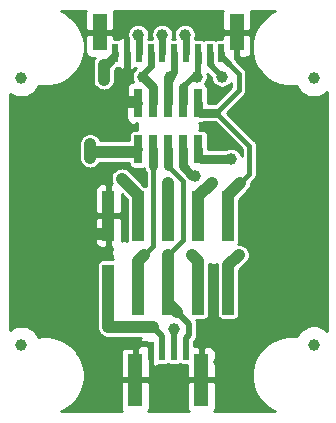
<source format=gbr>
G04 #@! TF.GenerationSoftware,KiCad,Pcbnew,5.1.0-rc2-unknown-036be7d~80~ubuntu16.04.1*
G04 #@! TF.CreationDate,2023-05-22T09:45:20+03:00*
G04 #@! TF.ProjectId,UEXT-MPQ_Rev_A,55455854-2d4d-4505-915f-5265765f412e,A*
G04 #@! TF.SameCoordinates,Original*
G04 #@! TF.FileFunction,Copper,L1,Top*
G04 #@! TF.FilePolarity,Positive*
%FSLAX46Y46*%
G04 Gerber Fmt 4.6, Leading zero omitted, Abs format (unit mm)*
G04 Created by KiCad (PCBNEW 5.1.0-rc2-unknown-036be7d~80~ubuntu16.04.1) date 2023-05-22 09:45:20*
%MOMM*%
%LPD*%
G04 APERTURE LIST*
%ADD10R,0.600000X1.550000*%
%ADD11R,1.200000X3.100000*%
%ADD12R,0.760000X2.400000*%
%ADD13R,1.000000X4.250000*%
%ADD14C,1.000000*%
%ADD15R,0.500000X1.550000*%
%ADD16R,1.200000X4.500000*%
%ADD17C,1.016000*%
%ADD18C,0.406400*%
%ADD19C,0.762000*%
%ADD20C,0.609600*%
%ADD21C,0.508000*%
%ADD22C,0.254000*%
G04 APERTURE END LIST*
D10*
X82500000Y-130625000D03*
X83500000Y-130625000D03*
X84500000Y-130625000D03*
X85500000Y-130625000D03*
X86500000Y-130625000D03*
X87500000Y-130625000D03*
X88500000Y-130625000D03*
X89500000Y-130625000D03*
X90500000Y-130625000D03*
X91500000Y-130625000D03*
D11*
X81200000Y-128850000D03*
X92800000Y-128850000D03*
D12*
X84460000Y-138750500D03*
X85730000Y-138750500D03*
X87000000Y-138750500D03*
X88270000Y-138750500D03*
X89540000Y-138750500D03*
X84460000Y-134849500D03*
X88270000Y-134849500D03*
X89540000Y-134849500D03*
X87000000Y-134849500D03*
X85730000Y-134849500D03*
D13*
X81920000Y-150625000D03*
X81920000Y-144375000D03*
X84460000Y-150625000D03*
X84460000Y-144375000D03*
X87000000Y-150625000D03*
X87000000Y-144375000D03*
X89540000Y-150625000D03*
X89540000Y-144375000D03*
X92080000Y-150625000D03*
X92080000Y-144375000D03*
D14*
X99314000Y-155300000D03*
X74549000Y-155321000D03*
X74549000Y-132715000D03*
X99314000Y-132715000D03*
D15*
X88500000Y-155800000D03*
X86500000Y-155800000D03*
X87500000Y-155800000D03*
D16*
X84200000Y-158275000D03*
X89800000Y-158275000D03*
D15*
X85500000Y-155800000D03*
D14*
X84963000Y-147701000D03*
X84455000Y-129032000D03*
X83058000Y-141224000D03*
X84836000Y-132588000D03*
X86995000Y-147701000D03*
X86487000Y-129032000D03*
X86995000Y-141605000D03*
X87503000Y-153924000D03*
X87122000Y-132588000D03*
X89027000Y-147701000D03*
X89281000Y-140970000D03*
X88392000Y-129032000D03*
X90678000Y-141605000D03*
X89408000Y-132588000D03*
X92964000Y-147701000D03*
X92329000Y-139573000D03*
X91549607Y-132605393D03*
X82677000Y-156718000D03*
X91313000Y-156718000D03*
X94107000Y-160401000D03*
X79883000Y-160401000D03*
X86995000Y-160401000D03*
X76581000Y-145923000D03*
X77978000Y-145923000D03*
X77978000Y-134747000D03*
X77978000Y-136271000D03*
X82804000Y-127762000D03*
X91186000Y-127762000D03*
X87376000Y-127762000D03*
X74930000Y-149860000D03*
X77470000Y-152400000D03*
X74549000Y-139446000D03*
X99060000Y-135890000D03*
X96520000Y-140970000D03*
X99060000Y-144780000D03*
X96520000Y-148590000D03*
X99060000Y-152400000D03*
X91186000Y-137668000D03*
X90932000Y-134239000D03*
X81920000Y-153792000D03*
X83185000Y-153792000D03*
X81534000Y-131572000D03*
X81534000Y-132842000D03*
X80391000Y-138303000D03*
X80391000Y-139446000D03*
D17*
X84460000Y-148204000D02*
X84963000Y-147701000D01*
X84460000Y-150625000D02*
X84460000Y-148204000D01*
D18*
X84963000Y-147701000D02*
X85725000Y-146939000D01*
X85725000Y-146939000D02*
X85725000Y-140716000D01*
D19*
X85730000Y-138750500D02*
X85730000Y-140203000D01*
D18*
X85730000Y-140711000D02*
X85725000Y-140716000D01*
X85730000Y-140203000D02*
X85730000Y-140711000D01*
D20*
X84500000Y-129077000D02*
X84455000Y-129032000D01*
X84500000Y-130625000D02*
X84500000Y-129077000D01*
D17*
X84460000Y-142626000D02*
X83058000Y-141224000D01*
X84460000Y-144375000D02*
X84460000Y-142626000D01*
D19*
X85730000Y-133482000D02*
X84836000Y-132588000D01*
X85730000Y-134849500D02*
X85730000Y-133482000D01*
D20*
X84836000Y-132334000D02*
X84836000Y-132588000D01*
X85500000Y-131670000D02*
X84836000Y-132334000D01*
X85500000Y-130625000D02*
X85500000Y-131670000D01*
D19*
X87000000Y-138750500D02*
X87000000Y-140203000D01*
D17*
X87000000Y-147706000D02*
X86995000Y-147701000D01*
X87000000Y-150625000D02*
X87000000Y-147706000D01*
D18*
X87000000Y-140203000D02*
X88265000Y-141468000D01*
X88265000Y-146431000D02*
X86995000Y-147701000D01*
X88265000Y-141468000D02*
X88265000Y-146431000D01*
D17*
X87000000Y-150625000D02*
X87000000Y-151770000D01*
X87000000Y-151770000D02*
X87757000Y-152527000D01*
D21*
X88773000Y-153543000D02*
X87757000Y-152527000D01*
X88773000Y-154432000D02*
X88773000Y-153543000D01*
X88500000Y-154705000D02*
X88773000Y-154432000D01*
X88500000Y-155800000D02*
X88500000Y-154705000D01*
D20*
X86500000Y-129045000D02*
X86487000Y-129032000D01*
X86500000Y-130625000D02*
X86500000Y-129045000D01*
D17*
X87000000Y-141610000D02*
X86995000Y-141605000D01*
X87000000Y-144375000D02*
X87000000Y-141610000D01*
D21*
X87500000Y-153927000D02*
X87503000Y-153924000D01*
X87500000Y-155800000D02*
X87500000Y-153927000D01*
D19*
X87000000Y-134625000D02*
X87000000Y-134849500D01*
X87122000Y-132588000D02*
X87000000Y-132710000D01*
D20*
X87500000Y-132210000D02*
X87500000Y-130625000D01*
D19*
X87000000Y-132710000D02*
X87000000Y-134625000D01*
D20*
X87122000Y-132588000D02*
X87500000Y-132210000D01*
D19*
X88270000Y-138750500D02*
X88270000Y-140203000D01*
D17*
X89540000Y-148214000D02*
X89027000Y-147701000D01*
X89540000Y-150625000D02*
X89540000Y-148214000D01*
D19*
X89037000Y-140970000D02*
X89281000Y-140970000D01*
X88270000Y-140203000D02*
X89037000Y-140970000D01*
D20*
X88519000Y-130606000D02*
X88500000Y-130625000D01*
X88519000Y-129159000D02*
X88519000Y-130606000D01*
X88392000Y-129032000D02*
X88519000Y-129159000D01*
D17*
X89540000Y-142743000D02*
X90678000Y-141605000D01*
X89540000Y-144375000D02*
X89540000Y-142743000D01*
D19*
X88270000Y-134849500D02*
X88270000Y-133482000D01*
D20*
X89500000Y-130625000D02*
X89500000Y-131353000D01*
D21*
X89164000Y-132588000D02*
X89408000Y-132588000D01*
X88270000Y-133482000D02*
X89164000Y-132588000D01*
X89500000Y-132496000D02*
X89500000Y-131353000D01*
X89408000Y-132588000D02*
X89500000Y-132496000D01*
D17*
X92080000Y-148585000D02*
X92964000Y-147701000D01*
X92080000Y-150625000D02*
X92080000Y-148585000D01*
D20*
X90500000Y-130625000D02*
X90500000Y-131555787D01*
D21*
X91549606Y-132605393D02*
X90500000Y-131555787D01*
X91549607Y-132605393D02*
X91549606Y-132605393D01*
D19*
X89789000Y-139573000D02*
X92329000Y-139573000D01*
X89540000Y-139324000D02*
X89789000Y-139573000D01*
X89540000Y-138750500D02*
X89540000Y-139324000D01*
D20*
X91500000Y-130870000D02*
X92075000Y-131445000D01*
X91500000Y-130625000D02*
X91500000Y-130870000D01*
D17*
X92080000Y-144375000D02*
X92080000Y-142616000D01*
X92080000Y-142616000D02*
X93091000Y-141605000D01*
D19*
X89662000Y-135636000D02*
X91059000Y-135636000D01*
X89540000Y-135514000D02*
X89662000Y-135636000D01*
X89540000Y-134849500D02*
X89540000Y-135514000D01*
D18*
X93853000Y-140843000D02*
X93091000Y-141605000D01*
X93853000Y-138430000D02*
X93853000Y-140843000D01*
X91059000Y-135636000D02*
X93853000Y-138430000D01*
X91059000Y-135636000D02*
X92964000Y-133731000D01*
X92964000Y-132334000D02*
X92964000Y-133731000D01*
X92075000Y-131445000D02*
X92964000Y-132334000D01*
D21*
X85500000Y-155477000D02*
X85217000Y-155194000D01*
X85217000Y-155194000D02*
X84074000Y-155194000D01*
X85500000Y-155800000D02*
X85500000Y-155477000D01*
D19*
X84460000Y-134849500D02*
X84357500Y-134747000D01*
X84357500Y-134747000D02*
X84201000Y-134747000D01*
D17*
X80857661Y-155194000D02*
X84074000Y-155194000D01*
X76581000Y-150917339D02*
X80857661Y-155194000D01*
X76581000Y-145923000D02*
X76581000Y-150917339D01*
X76581000Y-145923000D02*
X77978000Y-145923000D01*
X77978000Y-145923000D02*
X81915000Y-145923000D01*
X81915000Y-145923000D02*
X81920000Y-145918000D01*
X81920000Y-145918000D02*
X81920000Y-144375000D01*
X84201000Y-134747000D02*
X77978000Y-134747000D01*
D20*
X83312000Y-132080000D02*
X83312000Y-134747000D01*
X83500000Y-131892000D02*
X83312000Y-132080000D01*
X83500000Y-130625000D02*
X83500000Y-131892000D01*
D21*
X86500000Y-155800000D02*
X86500000Y-154572000D01*
X86500000Y-154572000D02*
X85732066Y-153804066D01*
D17*
X81932066Y-153804066D02*
X85732066Y-153804066D01*
X81920000Y-153792000D02*
X81932066Y-153804066D01*
X81920000Y-150625000D02*
X81920000Y-153792000D01*
D19*
X84460000Y-138750500D02*
X84272500Y-138938000D01*
X84272500Y-138938000D02*
X84201000Y-138938000D01*
D17*
X81534000Y-131572000D02*
X81534000Y-132842000D01*
X80391000Y-138303000D02*
X80391000Y-139446000D01*
X80645000Y-138938000D02*
X80391000Y-138684000D01*
X84201000Y-138938000D02*
X80645000Y-138938000D01*
D19*
X81762242Y-131572000D02*
X82181521Y-131152721D01*
X81534000Y-131572000D02*
X81762242Y-131572000D01*
D20*
X82181521Y-131051479D02*
X82181521Y-131152721D01*
X82499200Y-130733800D02*
X82181521Y-131051479D01*
X82499200Y-130625800D02*
X82499200Y-130733800D01*
X82500000Y-130625000D02*
X82499200Y-130625800D01*
D22*
G36*
X79989403Y-127114777D02*
G01*
X79965000Y-127237458D01*
X79965000Y-128564250D01*
X80123750Y-128723000D01*
X81073000Y-128723000D01*
X81073000Y-128703000D01*
X81327000Y-128703000D01*
X81327000Y-128723000D01*
X82276250Y-128723000D01*
X82435000Y-128564250D01*
X82435000Y-127237458D01*
X82410597Y-127114777D01*
X82387411Y-127058800D01*
X91612589Y-127058800D01*
X91589403Y-127114777D01*
X91565000Y-127237458D01*
X91565000Y-128564250D01*
X91723750Y-128723000D01*
X92673000Y-128723000D01*
X92673000Y-128703000D01*
X92927000Y-128703000D01*
X92927000Y-128723000D01*
X93876250Y-128723000D01*
X94035000Y-128564250D01*
X94035000Y-127237458D01*
X94010597Y-127114777D01*
X93987411Y-127058800D01*
X96048237Y-127058800D01*
X95824075Y-127151651D01*
X95279161Y-127515750D01*
X94815750Y-127979161D01*
X94451651Y-128524075D01*
X94200855Y-129129550D01*
X94073000Y-129772319D01*
X94073000Y-130427681D01*
X94200855Y-131070450D01*
X94451651Y-131675925D01*
X94815750Y-132220839D01*
X95279161Y-132684250D01*
X95824075Y-133048349D01*
X96429550Y-133299145D01*
X97072319Y-133427000D01*
X97727681Y-133427000D01*
X97822719Y-133408096D01*
X97857992Y-133493252D01*
X98037798Y-133762352D01*
X98266648Y-133991202D01*
X98535748Y-134171008D01*
X98834755Y-134294861D01*
X99152179Y-134358000D01*
X99475821Y-134358000D01*
X99793245Y-134294861D01*
X100092252Y-134171008D01*
X100361352Y-133991202D01*
X100441201Y-133911353D01*
X100441200Y-154103646D01*
X100361352Y-154023798D01*
X100092252Y-153843992D01*
X99793245Y-153720139D01*
X99475821Y-153657000D01*
X99152179Y-153657000D01*
X98834755Y-153720139D01*
X98535748Y-153843992D01*
X98266648Y-154023798D01*
X98037798Y-154252648D01*
X97857992Y-154521748D01*
X97828459Y-154593046D01*
X97727681Y-154573000D01*
X97072319Y-154573000D01*
X96429550Y-154700855D01*
X95824075Y-154951651D01*
X95279161Y-155315750D01*
X94815750Y-155779161D01*
X94451651Y-156324075D01*
X94200855Y-156929550D01*
X94073000Y-157572319D01*
X94073000Y-158227681D01*
X94200855Y-158870450D01*
X94451651Y-159475925D01*
X94815750Y-160020839D01*
X95279161Y-160484250D01*
X95824075Y-160848349D01*
X96048237Y-160941200D01*
X90881826Y-160941200D01*
X90893237Y-160929789D01*
X90962730Y-160825785D01*
X91010597Y-160710223D01*
X91035000Y-160587542D01*
X91035000Y-158560750D01*
X90876250Y-158402000D01*
X89927000Y-158402000D01*
X89927000Y-158422000D01*
X89673000Y-158422000D01*
X89673000Y-158402000D01*
X88723750Y-158402000D01*
X88565000Y-158560750D01*
X88565000Y-160587542D01*
X88589403Y-160710223D01*
X88637270Y-160825785D01*
X88706763Y-160929789D01*
X88718174Y-160941200D01*
X85281826Y-160941200D01*
X85293237Y-160929789D01*
X85362730Y-160825785D01*
X85410597Y-160710223D01*
X85435000Y-160587542D01*
X85435000Y-158560750D01*
X85276250Y-158402000D01*
X84327000Y-158402000D01*
X84327000Y-158422000D01*
X84073000Y-158422000D01*
X84073000Y-158402000D01*
X83123750Y-158402000D01*
X82965000Y-158560750D01*
X82965000Y-160587542D01*
X82989403Y-160710223D01*
X83037270Y-160825785D01*
X83106763Y-160929789D01*
X83118174Y-160941200D01*
X77951763Y-160941200D01*
X78175925Y-160848349D01*
X78720839Y-160484250D01*
X79184250Y-160020839D01*
X79548349Y-159475925D01*
X79799145Y-158870450D01*
X79927000Y-158227681D01*
X79927000Y-157572319D01*
X79799145Y-156929550D01*
X79548349Y-156324075D01*
X79306725Y-155962458D01*
X82965000Y-155962458D01*
X82965000Y-157989250D01*
X83123750Y-158148000D01*
X84073000Y-158148000D01*
X84073000Y-155548750D01*
X83914250Y-155390000D01*
X83537458Y-155390000D01*
X83414777Y-155414403D01*
X83299215Y-155462270D01*
X83195211Y-155531763D01*
X83106763Y-155620211D01*
X83037270Y-155724215D01*
X82989403Y-155839777D01*
X82965000Y-155962458D01*
X79306725Y-155962458D01*
X79184250Y-155779161D01*
X78720839Y-155315750D01*
X78175925Y-154951651D01*
X77570450Y-154700855D01*
X76927681Y-154573000D01*
X76272319Y-154573000D01*
X76036933Y-154619821D01*
X76005008Y-154542748D01*
X75825202Y-154273648D01*
X75596352Y-154044798D01*
X75327252Y-153864992D01*
X75028245Y-153741139D01*
X74710821Y-153678000D01*
X74387179Y-153678000D01*
X74069755Y-153741139D01*
X73770748Y-153864992D01*
X73558800Y-154006610D01*
X73558800Y-144660750D01*
X80785000Y-144660750D01*
X80785000Y-146562542D01*
X80809403Y-146685223D01*
X80857270Y-146800785D01*
X80926763Y-146904789D01*
X81015211Y-146993237D01*
X81119215Y-147062730D01*
X81234777Y-147110597D01*
X81357458Y-147135000D01*
X81634250Y-147135000D01*
X81793000Y-146976250D01*
X81793000Y-144502000D01*
X80943750Y-144502000D01*
X80785000Y-144660750D01*
X73558800Y-144660750D01*
X73558800Y-142187458D01*
X80785000Y-142187458D01*
X80785000Y-144089250D01*
X80943750Y-144248000D01*
X81793000Y-144248000D01*
X81793000Y-141773750D01*
X81634250Y-141615000D01*
X81357458Y-141615000D01*
X81234777Y-141639403D01*
X81119215Y-141687270D01*
X81015211Y-141756763D01*
X80926763Y-141845211D01*
X80857270Y-141949215D01*
X80809403Y-142064777D01*
X80785000Y-142187458D01*
X73558800Y-142187458D01*
X73558800Y-138684000D01*
X79446654Y-138684000D01*
X79451200Y-138730161D01*
X79451201Y-139492167D01*
X79464799Y-139630233D01*
X79518538Y-139807386D01*
X79605805Y-139970651D01*
X79723247Y-140113754D01*
X79866350Y-140231196D01*
X80029615Y-140318463D01*
X80206768Y-140372202D01*
X80391000Y-140390347D01*
X80575233Y-140372202D01*
X80752386Y-140318463D01*
X80915651Y-140231196D01*
X81058754Y-140113754D01*
X81176196Y-139970651D01*
X81225826Y-139877800D01*
X83646111Y-139877800D01*
X83646111Y-139950500D01*
X83654448Y-140035148D01*
X83679139Y-140116542D01*
X83719234Y-140191556D01*
X83773194Y-140257306D01*
X83838944Y-140311266D01*
X83913958Y-140351361D01*
X83995352Y-140376052D01*
X84080000Y-140384389D01*
X84840000Y-140384389D01*
X84924648Y-140376052D01*
X84932408Y-140373698D01*
X84975439Y-140515550D01*
X85050913Y-140656752D01*
X85088280Y-140702284D01*
X85086929Y-140716000D01*
X85090001Y-140747191D01*
X85090001Y-141838206D01*
X85044648Y-141824448D01*
X84981285Y-141818207D01*
X83689893Y-140526817D01*
X83582651Y-140438804D01*
X83419386Y-140351538D01*
X83242233Y-140297799D01*
X83058000Y-140279654D01*
X82873767Y-140297799D01*
X82696614Y-140351538D01*
X82533349Y-140438804D01*
X82390246Y-140556246D01*
X82272804Y-140699349D01*
X82185538Y-140862614D01*
X82131799Y-141039767D01*
X82113654Y-141224000D01*
X82131799Y-141408233D01*
X82185538Y-141585386D01*
X82202894Y-141617856D01*
X82047000Y-141773750D01*
X82047000Y-144248000D01*
X82896250Y-144248000D01*
X83055000Y-144089250D01*
X83055000Y-142550077D01*
X83520201Y-143015278D01*
X83520200Y-144421166D01*
X83526111Y-144481183D01*
X83526111Y-146500000D01*
X83528412Y-146523363D01*
X83490965Y-146507852D01*
X83291623Y-146468200D01*
X83088377Y-146468200D01*
X83055000Y-146474839D01*
X83055000Y-144660750D01*
X82896250Y-144502000D01*
X82047000Y-144502000D01*
X82047000Y-146976250D01*
X82205750Y-147135000D01*
X82224376Y-147135000D01*
X82197852Y-147199035D01*
X82158200Y-147398377D01*
X82158200Y-147601623D01*
X82197852Y-147800965D01*
X82275631Y-147988740D01*
X82327329Y-148066111D01*
X81420000Y-148066111D01*
X81335352Y-148074448D01*
X81253958Y-148099139D01*
X81178944Y-148139234D01*
X81113194Y-148193194D01*
X81059234Y-148258944D01*
X81019139Y-148333958D01*
X80994448Y-148415352D01*
X80986111Y-148500000D01*
X80986111Y-150518817D01*
X80980200Y-150578834D01*
X80980201Y-153745833D01*
X80975654Y-153792000D01*
X80993799Y-153976233D01*
X81047538Y-154153386D01*
X81134804Y-154316651D01*
X81139315Y-154322147D01*
X81252247Y-154459754D01*
X81258871Y-154465190D01*
X81264312Y-154471820D01*
X81407415Y-154589262D01*
X81570680Y-154676529D01*
X81747833Y-154730268D01*
X81885899Y-154743866D01*
X81885909Y-154743866D01*
X81932066Y-154748412D01*
X81978223Y-154743866D01*
X84679130Y-154743866D01*
X84639403Y-154839777D01*
X84615000Y-154962458D01*
X84615000Y-155390000D01*
X84485750Y-155390000D01*
X84327000Y-155548750D01*
X84327000Y-158148000D01*
X85276250Y-158148000D01*
X85435000Y-157989250D01*
X85435000Y-155962458D01*
X85410597Y-155839777D01*
X85362730Y-155724215D01*
X85353000Y-155709653D01*
X85353000Y-155673000D01*
X85375000Y-155673000D01*
X85375000Y-155653000D01*
X85625000Y-155653000D01*
X85625000Y-155673000D01*
X85647000Y-155673000D01*
X85647000Y-155927000D01*
X85625000Y-155927000D01*
X85625000Y-157051250D01*
X85783750Y-157210000D01*
X85812542Y-157210000D01*
X85935223Y-157185597D01*
X86050785Y-157137730D01*
X86154789Y-157068237D01*
X86217352Y-157005674D01*
X86250000Y-157008889D01*
X86750000Y-157008889D01*
X86834648Y-157000552D01*
X86916042Y-156975861D01*
X86991056Y-156935766D01*
X87000000Y-156928426D01*
X87008944Y-156935766D01*
X87083958Y-156975861D01*
X87165352Y-157000552D01*
X87250000Y-157008889D01*
X87750000Y-157008889D01*
X87834648Y-157000552D01*
X87916042Y-156975861D01*
X87991056Y-156935766D01*
X88000000Y-156928426D01*
X88008944Y-156935766D01*
X88083958Y-156975861D01*
X88165352Y-157000552D01*
X88250000Y-157008889D01*
X88565000Y-157008889D01*
X88565000Y-157989250D01*
X88723750Y-158148000D01*
X89673000Y-158148000D01*
X89673000Y-155548750D01*
X89927000Y-155548750D01*
X89927000Y-158148000D01*
X90876250Y-158148000D01*
X91035000Y-157989250D01*
X91035000Y-155962458D01*
X91010597Y-155839777D01*
X90962730Y-155724215D01*
X90893237Y-155620211D01*
X90804789Y-155531763D01*
X90700785Y-155462270D01*
X90585223Y-155414403D01*
X90462542Y-155390000D01*
X90085750Y-155390000D01*
X89927000Y-155548750D01*
X89673000Y-155548750D01*
X89514250Y-155390000D01*
X89185800Y-155390000D01*
X89185800Y-154989067D01*
X89234114Y-154940753D01*
X89260279Y-154919280D01*
X89345981Y-154814853D01*
X89409662Y-154695714D01*
X89448877Y-154566440D01*
X89458800Y-154465689D01*
X89458800Y-154465680D01*
X89462117Y-154432001D01*
X89458800Y-154398322D01*
X89458800Y-153576679D01*
X89462117Y-153543000D01*
X89458800Y-153509321D01*
X89458800Y-153509311D01*
X89448877Y-153408560D01*
X89409662Y-153279286D01*
X89358671Y-153183889D01*
X90040000Y-153183889D01*
X90124648Y-153175552D01*
X90206042Y-153150861D01*
X90281056Y-153110766D01*
X90346806Y-153056806D01*
X90400766Y-152991056D01*
X90440861Y-152916042D01*
X90465552Y-152834648D01*
X90473889Y-152750000D01*
X90473889Y-150731184D01*
X90479800Y-150671167D01*
X90479800Y-148480038D01*
X90509035Y-148492148D01*
X90708377Y-148531800D01*
X90911623Y-148531800D01*
X91110965Y-148492148D01*
X91146238Y-148477537D01*
X91135654Y-148585000D01*
X91140201Y-148631167D01*
X91140200Y-150671166D01*
X91146111Y-150731183D01*
X91146111Y-152750000D01*
X91154448Y-152834648D01*
X91179139Y-152916042D01*
X91219234Y-152991056D01*
X91273194Y-153056806D01*
X91338944Y-153110766D01*
X91413958Y-153150861D01*
X91495352Y-153175552D01*
X91580000Y-153183889D01*
X92580000Y-153183889D01*
X92664648Y-153175552D01*
X92746042Y-153150861D01*
X92821056Y-153110766D01*
X92886806Y-153056806D01*
X92940766Y-152991056D01*
X92980861Y-152916042D01*
X93005552Y-152834648D01*
X93013889Y-152750000D01*
X93013889Y-150731184D01*
X93019800Y-150671167D01*
X93019800Y-148974277D01*
X93661184Y-148332894D01*
X93749196Y-148225652D01*
X93836463Y-148062386D01*
X93890201Y-147885233D01*
X93908346Y-147701000D01*
X93890201Y-147516767D01*
X93836463Y-147339614D01*
X93749196Y-147176349D01*
X93631754Y-147033246D01*
X93488651Y-146915804D01*
X93325386Y-146828537D01*
X93148233Y-146774799D01*
X92964000Y-146756654D01*
X92924796Y-146760515D01*
X92940766Y-146741056D01*
X92980861Y-146666042D01*
X93005552Y-146584648D01*
X93013889Y-146500000D01*
X93013889Y-144481184D01*
X93019800Y-144421167D01*
X93019800Y-143005277D01*
X93788184Y-142236894D01*
X93876196Y-142129652D01*
X93963463Y-141966386D01*
X94017201Y-141789234D01*
X94035346Y-141605000D01*
X94031193Y-141562832D01*
X94279960Y-141314066D01*
X94304185Y-141294185D01*
X94324065Y-141269961D01*
X94324069Y-141269957D01*
X94383538Y-141197494D01*
X94442502Y-141087180D01*
X94449080Y-141065494D01*
X94478812Y-140967482D01*
X94488000Y-140874192D01*
X94488000Y-140874189D01*
X94491072Y-140843000D01*
X94488000Y-140811811D01*
X94488000Y-138461189D01*
X94491072Y-138430000D01*
X94488000Y-138398808D01*
X94478812Y-138305518D01*
X94442502Y-138185820D01*
X94428353Y-138159349D01*
X94383538Y-138075506D01*
X94324069Y-138003043D01*
X94324065Y-138003039D01*
X94304185Y-137978815D01*
X94279962Y-137958936D01*
X91957024Y-135636000D01*
X93390955Y-134202070D01*
X93415185Y-134182185D01*
X93486787Y-134094938D01*
X93494538Y-134085494D01*
X93553502Y-133975180D01*
X93562380Y-133945912D01*
X93589812Y-133855482D01*
X93599000Y-133762192D01*
X93599000Y-133762189D01*
X93602072Y-133731000D01*
X93599000Y-133699811D01*
X93599000Y-132365189D01*
X93602072Y-132334000D01*
X93598508Y-132297814D01*
X93589812Y-132209518D01*
X93553502Y-132089820D01*
X93548901Y-132081213D01*
X93494538Y-131979506D01*
X93435068Y-131907043D01*
X93415185Y-131882815D01*
X93390956Y-131862931D01*
X92788887Y-131260863D01*
X92758822Y-131161752D01*
X92690424Y-131033787D01*
X92621442Y-130949732D01*
X92610480Y-130938770D01*
X92673000Y-130876250D01*
X92673000Y-128977000D01*
X92927000Y-128977000D01*
X92927000Y-130876250D01*
X93085750Y-131035000D01*
X93462542Y-131035000D01*
X93585223Y-131010597D01*
X93700785Y-130962730D01*
X93804789Y-130893237D01*
X93893237Y-130804789D01*
X93962730Y-130700785D01*
X94010597Y-130585223D01*
X94035000Y-130462542D01*
X94035000Y-129135750D01*
X93876250Y-128977000D01*
X92927000Y-128977000D01*
X92673000Y-128977000D01*
X91723750Y-128977000D01*
X91565000Y-129135750D01*
X91565000Y-129416111D01*
X91200000Y-129416111D01*
X91115352Y-129424448D01*
X91033958Y-129449139D01*
X91000000Y-129467290D01*
X90966042Y-129449139D01*
X90884648Y-129424448D01*
X90800000Y-129416111D01*
X90200000Y-129416111D01*
X90115352Y-129424448D01*
X90033958Y-129449139D01*
X90000000Y-129467290D01*
X89966042Y-129449139D01*
X89884648Y-129424448D01*
X89800000Y-129416111D01*
X89255600Y-129416111D01*
X89255600Y-129381997D01*
X89287992Y-129303796D01*
X89323800Y-129123774D01*
X89323800Y-128940226D01*
X89287992Y-128760204D01*
X89217751Y-128590627D01*
X89115777Y-128438012D01*
X88985988Y-128308223D01*
X88833373Y-128206249D01*
X88663796Y-128136008D01*
X88483774Y-128100200D01*
X88300226Y-128100200D01*
X88120204Y-128136008D01*
X87950627Y-128206249D01*
X87798012Y-128308223D01*
X87668223Y-128438012D01*
X87566249Y-128590627D01*
X87496008Y-128760204D01*
X87460200Y-128940226D01*
X87460200Y-129123774D01*
X87496008Y-129303796D01*
X87542530Y-129416111D01*
X87336470Y-129416111D01*
X87382992Y-129303796D01*
X87418800Y-129123774D01*
X87418800Y-128940226D01*
X87382992Y-128760204D01*
X87312751Y-128590627D01*
X87210777Y-128438012D01*
X87080988Y-128308223D01*
X86928373Y-128206249D01*
X86758796Y-128136008D01*
X86578774Y-128100200D01*
X86395226Y-128100200D01*
X86215204Y-128136008D01*
X86045627Y-128206249D01*
X85893012Y-128308223D01*
X85763223Y-128438012D01*
X85661249Y-128590627D01*
X85591008Y-128760204D01*
X85555200Y-128940226D01*
X85555200Y-129123774D01*
X85591008Y-129303796D01*
X85637530Y-129416111D01*
X85304470Y-129416111D01*
X85350992Y-129303796D01*
X85386800Y-129123774D01*
X85386800Y-128940226D01*
X85350992Y-128760204D01*
X85280751Y-128590627D01*
X85178777Y-128438012D01*
X85048988Y-128308223D01*
X84896373Y-128206249D01*
X84726796Y-128136008D01*
X84546774Y-128100200D01*
X84363226Y-128100200D01*
X84183204Y-128136008D01*
X84013627Y-128206249D01*
X83861012Y-128308223D01*
X83731223Y-128438012D01*
X83629249Y-128590627D01*
X83559008Y-128760204D01*
X83523200Y-128940226D01*
X83523200Y-129123774D01*
X83559008Y-129303796D01*
X83627000Y-129467943D01*
X83627000Y-130498000D01*
X83647000Y-130498000D01*
X83647000Y-130752000D01*
X83627000Y-130752000D01*
X83627000Y-131876250D01*
X83785750Y-132035000D01*
X83862542Y-132035000D01*
X83985223Y-132010597D01*
X84100785Y-131962730D01*
X84204789Y-131893237D01*
X84264137Y-131833889D01*
X84287410Y-131833889D01*
X84242012Y-131864223D01*
X84112223Y-131994012D01*
X84010249Y-132146627D01*
X83940008Y-132316204D01*
X83904200Y-132496226D01*
X83904200Y-132679774D01*
X83940008Y-132859796D01*
X84005106Y-133016957D01*
X83894777Y-133038903D01*
X83779215Y-133086770D01*
X83675211Y-133156263D01*
X83586763Y-133244711D01*
X83517270Y-133348715D01*
X83469403Y-133464277D01*
X83445000Y-133586958D01*
X83445000Y-134563750D01*
X83603750Y-134722500D01*
X84333000Y-134722500D01*
X84333000Y-134702500D01*
X84587000Y-134702500D01*
X84587000Y-134722500D01*
X84607000Y-134722500D01*
X84607000Y-134976500D01*
X84587000Y-134976500D01*
X84587000Y-134996500D01*
X84333000Y-134996500D01*
X84333000Y-134976500D01*
X83603750Y-134976500D01*
X83445000Y-135135250D01*
X83445000Y-136112042D01*
X83469403Y-136234723D01*
X83517270Y-136350285D01*
X83586763Y-136454289D01*
X83675211Y-136542737D01*
X83779215Y-136612230D01*
X83894777Y-136660097D01*
X84017458Y-136684500D01*
X84174250Y-136684500D01*
X84332998Y-136525752D01*
X84332998Y-136623467D01*
X84313200Y-136722999D01*
X84313200Y-136877001D01*
X84343244Y-137028043D01*
X84379930Y-137116611D01*
X84080000Y-137116611D01*
X83995352Y-137124948D01*
X83913958Y-137149639D01*
X83838944Y-137189734D01*
X83773194Y-137243694D01*
X83719234Y-137309444D01*
X83679139Y-137384458D01*
X83654448Y-137465852D01*
X83646111Y-137550500D01*
X83646111Y-137998200D01*
X81280628Y-137998200D01*
X81263463Y-137941614D01*
X81176196Y-137778349D01*
X81058754Y-137635246D01*
X80915651Y-137517804D01*
X80752385Y-137430537D01*
X80575232Y-137376798D01*
X80391000Y-137358653D01*
X80206767Y-137376798D01*
X80029614Y-137430537D01*
X79866349Y-137517804D01*
X79723246Y-137635246D01*
X79605804Y-137778349D01*
X79518537Y-137941615D01*
X79464798Y-138118768D01*
X79451200Y-138256834D01*
X79451200Y-138637840D01*
X79446654Y-138684000D01*
X73558800Y-138684000D01*
X73558800Y-134029390D01*
X73770748Y-134171008D01*
X74069755Y-134294861D01*
X74387179Y-134358000D01*
X74710821Y-134358000D01*
X75028245Y-134294861D01*
X75327252Y-134171008D01*
X75596352Y-133991202D01*
X75825202Y-133762352D01*
X76005008Y-133493252D01*
X76050710Y-133382919D01*
X76272319Y-133427000D01*
X76927681Y-133427000D01*
X77570450Y-133299145D01*
X78175925Y-133048349D01*
X78720839Y-132684250D01*
X79184250Y-132220839D01*
X79548349Y-131675925D01*
X79799145Y-131070450D01*
X79927000Y-130427681D01*
X79927000Y-129772319D01*
X79800379Y-129135750D01*
X79965000Y-129135750D01*
X79965000Y-130462542D01*
X79989403Y-130585223D01*
X80037270Y-130700785D01*
X80106763Y-130804789D01*
X80195211Y-130893237D01*
X80299215Y-130962730D01*
X80414777Y-131010597D01*
X80537458Y-131035000D01*
X80758939Y-131035000D01*
X80748804Y-131047349D01*
X80661537Y-131210615D01*
X80607798Y-131387768D01*
X80594200Y-131525834D01*
X80594201Y-132888167D01*
X80607799Y-133026233D01*
X80661538Y-133203386D01*
X80748805Y-133366651D01*
X80866247Y-133509754D01*
X81009350Y-133627196D01*
X81172615Y-133714463D01*
X81349768Y-133768202D01*
X81534000Y-133786347D01*
X81718233Y-133768202D01*
X81895386Y-133714463D01*
X82058651Y-133627196D01*
X82201754Y-133509754D01*
X82319196Y-133366651D01*
X82406463Y-133203386D01*
X82460202Y-133026233D01*
X82473800Y-132888167D01*
X82473800Y-132009914D01*
X82649825Y-131833889D01*
X82735863Y-131833889D01*
X82795211Y-131893237D01*
X82899215Y-131962730D01*
X83014777Y-132010597D01*
X83137458Y-132035000D01*
X83214250Y-132035000D01*
X83373000Y-131876250D01*
X83373000Y-130752000D01*
X83353000Y-130752000D01*
X83353000Y-130498000D01*
X83373000Y-130498000D01*
X83373000Y-129373750D01*
X83214250Y-129215000D01*
X83137458Y-129215000D01*
X83014777Y-129239403D01*
X82899215Y-129287270D01*
X82795211Y-129356763D01*
X82735863Y-129416111D01*
X82435000Y-129416111D01*
X82435000Y-129135750D01*
X82276250Y-128977000D01*
X81327000Y-128977000D01*
X81327000Y-128997000D01*
X81073000Y-128997000D01*
X81073000Y-128977000D01*
X80123750Y-128977000D01*
X79965000Y-129135750D01*
X79800379Y-129135750D01*
X79799145Y-129129550D01*
X79548349Y-128524075D01*
X79184250Y-127979161D01*
X78720839Y-127515750D01*
X78175925Y-127151651D01*
X77951763Y-127058800D01*
X80012589Y-127058800D01*
X79989403Y-127114777D01*
X79989403Y-127114777D01*
G37*
X79989403Y-127114777D02*
X79965000Y-127237458D01*
X79965000Y-128564250D01*
X80123750Y-128723000D01*
X81073000Y-128723000D01*
X81073000Y-128703000D01*
X81327000Y-128703000D01*
X81327000Y-128723000D01*
X82276250Y-128723000D01*
X82435000Y-128564250D01*
X82435000Y-127237458D01*
X82410597Y-127114777D01*
X82387411Y-127058800D01*
X91612589Y-127058800D01*
X91589403Y-127114777D01*
X91565000Y-127237458D01*
X91565000Y-128564250D01*
X91723750Y-128723000D01*
X92673000Y-128723000D01*
X92673000Y-128703000D01*
X92927000Y-128703000D01*
X92927000Y-128723000D01*
X93876250Y-128723000D01*
X94035000Y-128564250D01*
X94035000Y-127237458D01*
X94010597Y-127114777D01*
X93987411Y-127058800D01*
X96048237Y-127058800D01*
X95824075Y-127151651D01*
X95279161Y-127515750D01*
X94815750Y-127979161D01*
X94451651Y-128524075D01*
X94200855Y-129129550D01*
X94073000Y-129772319D01*
X94073000Y-130427681D01*
X94200855Y-131070450D01*
X94451651Y-131675925D01*
X94815750Y-132220839D01*
X95279161Y-132684250D01*
X95824075Y-133048349D01*
X96429550Y-133299145D01*
X97072319Y-133427000D01*
X97727681Y-133427000D01*
X97822719Y-133408096D01*
X97857992Y-133493252D01*
X98037798Y-133762352D01*
X98266648Y-133991202D01*
X98535748Y-134171008D01*
X98834755Y-134294861D01*
X99152179Y-134358000D01*
X99475821Y-134358000D01*
X99793245Y-134294861D01*
X100092252Y-134171008D01*
X100361352Y-133991202D01*
X100441201Y-133911353D01*
X100441200Y-154103646D01*
X100361352Y-154023798D01*
X100092252Y-153843992D01*
X99793245Y-153720139D01*
X99475821Y-153657000D01*
X99152179Y-153657000D01*
X98834755Y-153720139D01*
X98535748Y-153843992D01*
X98266648Y-154023798D01*
X98037798Y-154252648D01*
X97857992Y-154521748D01*
X97828459Y-154593046D01*
X97727681Y-154573000D01*
X97072319Y-154573000D01*
X96429550Y-154700855D01*
X95824075Y-154951651D01*
X95279161Y-155315750D01*
X94815750Y-155779161D01*
X94451651Y-156324075D01*
X94200855Y-156929550D01*
X94073000Y-157572319D01*
X94073000Y-158227681D01*
X94200855Y-158870450D01*
X94451651Y-159475925D01*
X94815750Y-160020839D01*
X95279161Y-160484250D01*
X95824075Y-160848349D01*
X96048237Y-160941200D01*
X90881826Y-160941200D01*
X90893237Y-160929789D01*
X90962730Y-160825785D01*
X91010597Y-160710223D01*
X91035000Y-160587542D01*
X91035000Y-158560750D01*
X90876250Y-158402000D01*
X89927000Y-158402000D01*
X89927000Y-158422000D01*
X89673000Y-158422000D01*
X89673000Y-158402000D01*
X88723750Y-158402000D01*
X88565000Y-158560750D01*
X88565000Y-160587542D01*
X88589403Y-160710223D01*
X88637270Y-160825785D01*
X88706763Y-160929789D01*
X88718174Y-160941200D01*
X85281826Y-160941200D01*
X85293237Y-160929789D01*
X85362730Y-160825785D01*
X85410597Y-160710223D01*
X85435000Y-160587542D01*
X85435000Y-158560750D01*
X85276250Y-158402000D01*
X84327000Y-158402000D01*
X84327000Y-158422000D01*
X84073000Y-158422000D01*
X84073000Y-158402000D01*
X83123750Y-158402000D01*
X82965000Y-158560750D01*
X82965000Y-160587542D01*
X82989403Y-160710223D01*
X83037270Y-160825785D01*
X83106763Y-160929789D01*
X83118174Y-160941200D01*
X77951763Y-160941200D01*
X78175925Y-160848349D01*
X78720839Y-160484250D01*
X79184250Y-160020839D01*
X79548349Y-159475925D01*
X79799145Y-158870450D01*
X79927000Y-158227681D01*
X79927000Y-157572319D01*
X79799145Y-156929550D01*
X79548349Y-156324075D01*
X79306725Y-155962458D01*
X82965000Y-155962458D01*
X82965000Y-157989250D01*
X83123750Y-158148000D01*
X84073000Y-158148000D01*
X84073000Y-155548750D01*
X83914250Y-155390000D01*
X83537458Y-155390000D01*
X83414777Y-155414403D01*
X83299215Y-155462270D01*
X83195211Y-155531763D01*
X83106763Y-155620211D01*
X83037270Y-155724215D01*
X82989403Y-155839777D01*
X82965000Y-155962458D01*
X79306725Y-155962458D01*
X79184250Y-155779161D01*
X78720839Y-155315750D01*
X78175925Y-154951651D01*
X77570450Y-154700855D01*
X76927681Y-154573000D01*
X76272319Y-154573000D01*
X76036933Y-154619821D01*
X76005008Y-154542748D01*
X75825202Y-154273648D01*
X75596352Y-154044798D01*
X75327252Y-153864992D01*
X75028245Y-153741139D01*
X74710821Y-153678000D01*
X74387179Y-153678000D01*
X74069755Y-153741139D01*
X73770748Y-153864992D01*
X73558800Y-154006610D01*
X73558800Y-144660750D01*
X80785000Y-144660750D01*
X80785000Y-146562542D01*
X80809403Y-146685223D01*
X80857270Y-146800785D01*
X80926763Y-146904789D01*
X81015211Y-146993237D01*
X81119215Y-147062730D01*
X81234777Y-147110597D01*
X81357458Y-147135000D01*
X81634250Y-147135000D01*
X81793000Y-146976250D01*
X81793000Y-144502000D01*
X80943750Y-144502000D01*
X80785000Y-144660750D01*
X73558800Y-144660750D01*
X73558800Y-142187458D01*
X80785000Y-142187458D01*
X80785000Y-144089250D01*
X80943750Y-144248000D01*
X81793000Y-144248000D01*
X81793000Y-141773750D01*
X81634250Y-141615000D01*
X81357458Y-141615000D01*
X81234777Y-141639403D01*
X81119215Y-141687270D01*
X81015211Y-141756763D01*
X80926763Y-141845211D01*
X80857270Y-141949215D01*
X80809403Y-142064777D01*
X80785000Y-142187458D01*
X73558800Y-142187458D01*
X73558800Y-138684000D01*
X79446654Y-138684000D01*
X79451200Y-138730161D01*
X79451201Y-139492167D01*
X79464799Y-139630233D01*
X79518538Y-139807386D01*
X79605805Y-139970651D01*
X79723247Y-140113754D01*
X79866350Y-140231196D01*
X80029615Y-140318463D01*
X80206768Y-140372202D01*
X80391000Y-140390347D01*
X80575233Y-140372202D01*
X80752386Y-140318463D01*
X80915651Y-140231196D01*
X81058754Y-140113754D01*
X81176196Y-139970651D01*
X81225826Y-139877800D01*
X83646111Y-139877800D01*
X83646111Y-139950500D01*
X83654448Y-140035148D01*
X83679139Y-140116542D01*
X83719234Y-140191556D01*
X83773194Y-140257306D01*
X83838944Y-140311266D01*
X83913958Y-140351361D01*
X83995352Y-140376052D01*
X84080000Y-140384389D01*
X84840000Y-140384389D01*
X84924648Y-140376052D01*
X84932408Y-140373698D01*
X84975439Y-140515550D01*
X85050913Y-140656752D01*
X85088280Y-140702284D01*
X85086929Y-140716000D01*
X85090001Y-140747191D01*
X85090001Y-141838206D01*
X85044648Y-141824448D01*
X84981285Y-141818207D01*
X83689893Y-140526817D01*
X83582651Y-140438804D01*
X83419386Y-140351538D01*
X83242233Y-140297799D01*
X83058000Y-140279654D01*
X82873767Y-140297799D01*
X82696614Y-140351538D01*
X82533349Y-140438804D01*
X82390246Y-140556246D01*
X82272804Y-140699349D01*
X82185538Y-140862614D01*
X82131799Y-141039767D01*
X82113654Y-141224000D01*
X82131799Y-141408233D01*
X82185538Y-141585386D01*
X82202894Y-141617856D01*
X82047000Y-141773750D01*
X82047000Y-144248000D01*
X82896250Y-144248000D01*
X83055000Y-144089250D01*
X83055000Y-142550077D01*
X83520201Y-143015278D01*
X83520200Y-144421166D01*
X83526111Y-144481183D01*
X83526111Y-146500000D01*
X83528412Y-146523363D01*
X83490965Y-146507852D01*
X83291623Y-146468200D01*
X83088377Y-146468200D01*
X83055000Y-146474839D01*
X83055000Y-144660750D01*
X82896250Y-144502000D01*
X82047000Y-144502000D01*
X82047000Y-146976250D01*
X82205750Y-147135000D01*
X82224376Y-147135000D01*
X82197852Y-147199035D01*
X82158200Y-147398377D01*
X82158200Y-147601623D01*
X82197852Y-147800965D01*
X82275631Y-147988740D01*
X82327329Y-148066111D01*
X81420000Y-148066111D01*
X81335352Y-148074448D01*
X81253958Y-148099139D01*
X81178944Y-148139234D01*
X81113194Y-148193194D01*
X81059234Y-148258944D01*
X81019139Y-148333958D01*
X80994448Y-148415352D01*
X80986111Y-148500000D01*
X80986111Y-150518817D01*
X80980200Y-150578834D01*
X80980201Y-153745833D01*
X80975654Y-153792000D01*
X80993799Y-153976233D01*
X81047538Y-154153386D01*
X81134804Y-154316651D01*
X81139315Y-154322147D01*
X81252247Y-154459754D01*
X81258871Y-154465190D01*
X81264312Y-154471820D01*
X81407415Y-154589262D01*
X81570680Y-154676529D01*
X81747833Y-154730268D01*
X81885899Y-154743866D01*
X81885909Y-154743866D01*
X81932066Y-154748412D01*
X81978223Y-154743866D01*
X84679130Y-154743866D01*
X84639403Y-154839777D01*
X84615000Y-154962458D01*
X84615000Y-155390000D01*
X84485750Y-155390000D01*
X84327000Y-155548750D01*
X84327000Y-158148000D01*
X85276250Y-158148000D01*
X85435000Y-157989250D01*
X85435000Y-155962458D01*
X85410597Y-155839777D01*
X85362730Y-155724215D01*
X85353000Y-155709653D01*
X85353000Y-155673000D01*
X85375000Y-155673000D01*
X85375000Y-155653000D01*
X85625000Y-155653000D01*
X85625000Y-155673000D01*
X85647000Y-155673000D01*
X85647000Y-155927000D01*
X85625000Y-155927000D01*
X85625000Y-157051250D01*
X85783750Y-157210000D01*
X85812542Y-157210000D01*
X85935223Y-157185597D01*
X86050785Y-157137730D01*
X86154789Y-157068237D01*
X86217352Y-157005674D01*
X86250000Y-157008889D01*
X86750000Y-157008889D01*
X86834648Y-157000552D01*
X86916042Y-156975861D01*
X86991056Y-156935766D01*
X87000000Y-156928426D01*
X87008944Y-156935766D01*
X87083958Y-156975861D01*
X87165352Y-157000552D01*
X87250000Y-157008889D01*
X87750000Y-157008889D01*
X87834648Y-157000552D01*
X87916042Y-156975861D01*
X87991056Y-156935766D01*
X88000000Y-156928426D01*
X88008944Y-156935766D01*
X88083958Y-156975861D01*
X88165352Y-157000552D01*
X88250000Y-157008889D01*
X88565000Y-157008889D01*
X88565000Y-157989250D01*
X88723750Y-158148000D01*
X89673000Y-158148000D01*
X89673000Y-155548750D01*
X89927000Y-155548750D01*
X89927000Y-158148000D01*
X90876250Y-158148000D01*
X91035000Y-157989250D01*
X91035000Y-155962458D01*
X91010597Y-155839777D01*
X90962730Y-155724215D01*
X90893237Y-155620211D01*
X90804789Y-155531763D01*
X90700785Y-155462270D01*
X90585223Y-155414403D01*
X90462542Y-155390000D01*
X90085750Y-155390000D01*
X89927000Y-155548750D01*
X89673000Y-155548750D01*
X89514250Y-155390000D01*
X89185800Y-155390000D01*
X89185800Y-154989067D01*
X89234114Y-154940753D01*
X89260279Y-154919280D01*
X89345981Y-154814853D01*
X89409662Y-154695714D01*
X89448877Y-154566440D01*
X89458800Y-154465689D01*
X89458800Y-154465680D01*
X89462117Y-154432001D01*
X89458800Y-154398322D01*
X89458800Y-153576679D01*
X89462117Y-153543000D01*
X89458800Y-153509321D01*
X89458800Y-153509311D01*
X89448877Y-153408560D01*
X89409662Y-153279286D01*
X89358671Y-153183889D01*
X90040000Y-153183889D01*
X90124648Y-153175552D01*
X90206042Y-153150861D01*
X90281056Y-153110766D01*
X90346806Y-153056806D01*
X90400766Y-152991056D01*
X90440861Y-152916042D01*
X90465552Y-152834648D01*
X90473889Y-152750000D01*
X90473889Y-150731184D01*
X90479800Y-150671167D01*
X90479800Y-148480038D01*
X90509035Y-148492148D01*
X90708377Y-148531800D01*
X90911623Y-148531800D01*
X91110965Y-148492148D01*
X91146238Y-148477537D01*
X91135654Y-148585000D01*
X91140201Y-148631167D01*
X91140200Y-150671166D01*
X91146111Y-150731183D01*
X91146111Y-152750000D01*
X91154448Y-152834648D01*
X91179139Y-152916042D01*
X91219234Y-152991056D01*
X91273194Y-153056806D01*
X91338944Y-153110766D01*
X91413958Y-153150861D01*
X91495352Y-153175552D01*
X91580000Y-153183889D01*
X92580000Y-153183889D01*
X92664648Y-153175552D01*
X92746042Y-153150861D01*
X92821056Y-153110766D01*
X92886806Y-153056806D01*
X92940766Y-152991056D01*
X92980861Y-152916042D01*
X93005552Y-152834648D01*
X93013889Y-152750000D01*
X93013889Y-150731184D01*
X93019800Y-150671167D01*
X93019800Y-148974277D01*
X93661184Y-148332894D01*
X93749196Y-148225652D01*
X93836463Y-148062386D01*
X93890201Y-147885233D01*
X93908346Y-147701000D01*
X93890201Y-147516767D01*
X93836463Y-147339614D01*
X93749196Y-147176349D01*
X93631754Y-147033246D01*
X93488651Y-146915804D01*
X93325386Y-146828537D01*
X93148233Y-146774799D01*
X92964000Y-146756654D01*
X92924796Y-146760515D01*
X92940766Y-146741056D01*
X92980861Y-146666042D01*
X93005552Y-146584648D01*
X93013889Y-146500000D01*
X93013889Y-144481184D01*
X93019800Y-144421167D01*
X93019800Y-143005277D01*
X93788184Y-142236894D01*
X93876196Y-142129652D01*
X93963463Y-141966386D01*
X94017201Y-141789234D01*
X94035346Y-141605000D01*
X94031193Y-141562832D01*
X94279960Y-141314066D01*
X94304185Y-141294185D01*
X94324065Y-141269961D01*
X94324069Y-141269957D01*
X94383538Y-141197494D01*
X94442502Y-141087180D01*
X94449080Y-141065494D01*
X94478812Y-140967482D01*
X94488000Y-140874192D01*
X94488000Y-140874189D01*
X94491072Y-140843000D01*
X94488000Y-140811811D01*
X94488000Y-138461189D01*
X94491072Y-138430000D01*
X94488000Y-138398808D01*
X94478812Y-138305518D01*
X94442502Y-138185820D01*
X94428353Y-138159349D01*
X94383538Y-138075506D01*
X94324069Y-138003043D01*
X94324065Y-138003039D01*
X94304185Y-137978815D01*
X94279962Y-137958936D01*
X91957024Y-135636000D01*
X93390955Y-134202070D01*
X93415185Y-134182185D01*
X93486787Y-134094938D01*
X93494538Y-134085494D01*
X93553502Y-133975180D01*
X93562380Y-133945912D01*
X93589812Y-133855482D01*
X93599000Y-133762192D01*
X93599000Y-133762189D01*
X93602072Y-133731000D01*
X93599000Y-133699811D01*
X93599000Y-132365189D01*
X93602072Y-132334000D01*
X93598508Y-132297814D01*
X93589812Y-132209518D01*
X93553502Y-132089820D01*
X93548901Y-132081213D01*
X93494538Y-131979506D01*
X93435068Y-131907043D01*
X93415185Y-131882815D01*
X93390956Y-131862931D01*
X92788887Y-131260863D01*
X92758822Y-131161752D01*
X92690424Y-131033787D01*
X92621442Y-130949732D01*
X92610480Y-130938770D01*
X92673000Y-130876250D01*
X92673000Y-128977000D01*
X92927000Y-128977000D01*
X92927000Y-130876250D01*
X93085750Y-131035000D01*
X93462542Y-131035000D01*
X93585223Y-131010597D01*
X93700785Y-130962730D01*
X93804789Y-130893237D01*
X93893237Y-130804789D01*
X93962730Y-130700785D01*
X94010597Y-130585223D01*
X94035000Y-130462542D01*
X94035000Y-129135750D01*
X93876250Y-128977000D01*
X92927000Y-128977000D01*
X92673000Y-128977000D01*
X91723750Y-128977000D01*
X91565000Y-129135750D01*
X91565000Y-129416111D01*
X91200000Y-129416111D01*
X91115352Y-129424448D01*
X91033958Y-129449139D01*
X91000000Y-129467290D01*
X90966042Y-129449139D01*
X90884648Y-129424448D01*
X90800000Y-129416111D01*
X90200000Y-129416111D01*
X90115352Y-129424448D01*
X90033958Y-129449139D01*
X90000000Y-129467290D01*
X89966042Y-129449139D01*
X89884648Y-129424448D01*
X89800000Y-129416111D01*
X89255600Y-129416111D01*
X89255600Y-129381997D01*
X89287992Y-129303796D01*
X89323800Y-129123774D01*
X89323800Y-128940226D01*
X89287992Y-128760204D01*
X89217751Y-128590627D01*
X89115777Y-128438012D01*
X88985988Y-128308223D01*
X88833373Y-128206249D01*
X88663796Y-128136008D01*
X88483774Y-128100200D01*
X88300226Y-128100200D01*
X88120204Y-128136008D01*
X87950627Y-128206249D01*
X87798012Y-128308223D01*
X87668223Y-128438012D01*
X87566249Y-128590627D01*
X87496008Y-128760204D01*
X87460200Y-128940226D01*
X87460200Y-129123774D01*
X87496008Y-129303796D01*
X87542530Y-129416111D01*
X87336470Y-129416111D01*
X87382992Y-129303796D01*
X87418800Y-129123774D01*
X87418800Y-128940226D01*
X87382992Y-128760204D01*
X87312751Y-128590627D01*
X87210777Y-128438012D01*
X87080988Y-128308223D01*
X86928373Y-128206249D01*
X86758796Y-128136008D01*
X86578774Y-128100200D01*
X86395226Y-128100200D01*
X86215204Y-128136008D01*
X86045627Y-128206249D01*
X85893012Y-128308223D01*
X85763223Y-128438012D01*
X85661249Y-128590627D01*
X85591008Y-128760204D01*
X85555200Y-128940226D01*
X85555200Y-129123774D01*
X85591008Y-129303796D01*
X85637530Y-129416111D01*
X85304470Y-129416111D01*
X85350992Y-129303796D01*
X85386800Y-129123774D01*
X85386800Y-128940226D01*
X85350992Y-128760204D01*
X85280751Y-128590627D01*
X85178777Y-128438012D01*
X85048988Y-128308223D01*
X84896373Y-128206249D01*
X84726796Y-128136008D01*
X84546774Y-128100200D01*
X84363226Y-128100200D01*
X84183204Y-128136008D01*
X84013627Y-128206249D01*
X83861012Y-128308223D01*
X83731223Y-128438012D01*
X83629249Y-128590627D01*
X83559008Y-128760204D01*
X83523200Y-128940226D01*
X83523200Y-129123774D01*
X83559008Y-129303796D01*
X83627000Y-129467943D01*
X83627000Y-130498000D01*
X83647000Y-130498000D01*
X83647000Y-130752000D01*
X83627000Y-130752000D01*
X83627000Y-131876250D01*
X83785750Y-132035000D01*
X83862542Y-132035000D01*
X83985223Y-132010597D01*
X84100785Y-131962730D01*
X84204789Y-131893237D01*
X84264137Y-131833889D01*
X84287410Y-131833889D01*
X84242012Y-131864223D01*
X84112223Y-131994012D01*
X84010249Y-132146627D01*
X83940008Y-132316204D01*
X83904200Y-132496226D01*
X83904200Y-132679774D01*
X83940008Y-132859796D01*
X84005106Y-133016957D01*
X83894777Y-133038903D01*
X83779215Y-133086770D01*
X83675211Y-133156263D01*
X83586763Y-133244711D01*
X83517270Y-133348715D01*
X83469403Y-133464277D01*
X83445000Y-133586958D01*
X83445000Y-134563750D01*
X83603750Y-134722500D01*
X84333000Y-134722500D01*
X84333000Y-134702500D01*
X84587000Y-134702500D01*
X84587000Y-134722500D01*
X84607000Y-134722500D01*
X84607000Y-134976500D01*
X84587000Y-134976500D01*
X84587000Y-134996500D01*
X84333000Y-134996500D01*
X84333000Y-134976500D01*
X83603750Y-134976500D01*
X83445000Y-135135250D01*
X83445000Y-136112042D01*
X83469403Y-136234723D01*
X83517270Y-136350285D01*
X83586763Y-136454289D01*
X83675211Y-136542737D01*
X83779215Y-136612230D01*
X83894777Y-136660097D01*
X84017458Y-136684500D01*
X84174250Y-136684500D01*
X84332998Y-136525752D01*
X84332998Y-136623467D01*
X84313200Y-136722999D01*
X84313200Y-136877001D01*
X84343244Y-137028043D01*
X84379930Y-137116611D01*
X84080000Y-137116611D01*
X83995352Y-137124948D01*
X83913958Y-137149639D01*
X83838944Y-137189734D01*
X83773194Y-137243694D01*
X83719234Y-137309444D01*
X83679139Y-137384458D01*
X83654448Y-137465852D01*
X83646111Y-137550500D01*
X83646111Y-137998200D01*
X81280628Y-137998200D01*
X81263463Y-137941614D01*
X81176196Y-137778349D01*
X81058754Y-137635246D01*
X80915651Y-137517804D01*
X80752385Y-137430537D01*
X80575232Y-137376798D01*
X80391000Y-137358653D01*
X80206767Y-137376798D01*
X80029614Y-137430537D01*
X79866349Y-137517804D01*
X79723246Y-137635246D01*
X79605804Y-137778349D01*
X79518537Y-137941615D01*
X79464798Y-138118768D01*
X79451200Y-138256834D01*
X79451200Y-138637840D01*
X79446654Y-138684000D01*
X73558800Y-138684000D01*
X73558800Y-134029390D01*
X73770748Y-134171008D01*
X74069755Y-134294861D01*
X74387179Y-134358000D01*
X74710821Y-134358000D01*
X75028245Y-134294861D01*
X75327252Y-134171008D01*
X75596352Y-133991202D01*
X75825202Y-133762352D01*
X76005008Y-133493252D01*
X76050710Y-133382919D01*
X76272319Y-133427000D01*
X76927681Y-133427000D01*
X77570450Y-133299145D01*
X78175925Y-133048349D01*
X78720839Y-132684250D01*
X79184250Y-132220839D01*
X79548349Y-131675925D01*
X79799145Y-131070450D01*
X79927000Y-130427681D01*
X79927000Y-129772319D01*
X79800379Y-129135750D01*
X79965000Y-129135750D01*
X79965000Y-130462542D01*
X79989403Y-130585223D01*
X80037270Y-130700785D01*
X80106763Y-130804789D01*
X80195211Y-130893237D01*
X80299215Y-130962730D01*
X80414777Y-131010597D01*
X80537458Y-131035000D01*
X80758939Y-131035000D01*
X80748804Y-131047349D01*
X80661537Y-131210615D01*
X80607798Y-131387768D01*
X80594200Y-131525834D01*
X80594201Y-132888167D01*
X80607799Y-133026233D01*
X80661538Y-133203386D01*
X80748805Y-133366651D01*
X80866247Y-133509754D01*
X81009350Y-133627196D01*
X81172615Y-133714463D01*
X81349768Y-133768202D01*
X81534000Y-133786347D01*
X81718233Y-133768202D01*
X81895386Y-133714463D01*
X82058651Y-133627196D01*
X82201754Y-133509754D01*
X82319196Y-133366651D01*
X82406463Y-133203386D01*
X82460202Y-133026233D01*
X82473800Y-132888167D01*
X82473800Y-132009914D01*
X82649825Y-131833889D01*
X82735863Y-131833889D01*
X82795211Y-131893237D01*
X82899215Y-131962730D01*
X83014777Y-132010597D01*
X83137458Y-132035000D01*
X83214250Y-132035000D01*
X83373000Y-131876250D01*
X83373000Y-130752000D01*
X83353000Y-130752000D01*
X83353000Y-130498000D01*
X83373000Y-130498000D01*
X83373000Y-129373750D01*
X83214250Y-129215000D01*
X83137458Y-129215000D01*
X83014777Y-129239403D01*
X82899215Y-129287270D01*
X82795211Y-129356763D01*
X82735863Y-129416111D01*
X82435000Y-129416111D01*
X82435000Y-129135750D01*
X82276250Y-128977000D01*
X81327000Y-128977000D01*
X81327000Y-128997000D01*
X81073000Y-128997000D01*
X81073000Y-128977000D01*
X80123750Y-128977000D01*
X79965000Y-129135750D01*
X79800379Y-129135750D01*
X79799145Y-129129550D01*
X79548349Y-128524075D01*
X79184250Y-127979161D01*
X78720839Y-127515750D01*
X78175925Y-127151651D01*
X77951763Y-127058800D01*
X80012589Y-127058800D01*
X79989403Y-127114777D01*
G36*
X93218000Y-138693026D02*
G01*
X93218000Y-139284325D01*
X93154751Y-139131627D01*
X93052777Y-138979012D01*
X92922988Y-138849223D01*
X92770373Y-138747249D01*
X92600796Y-138677008D01*
X92420774Y-138641200D01*
X92237226Y-138641200D01*
X92057204Y-138677008D01*
X91887627Y-138747249D01*
X91868244Y-138760200D01*
X90353889Y-138760200D01*
X90353889Y-137550500D01*
X90345552Y-137465852D01*
X90320861Y-137384458D01*
X90280766Y-137309444D01*
X90226806Y-137243694D01*
X90161056Y-137189734D01*
X90086042Y-137149639D01*
X90004648Y-137124948D01*
X89920000Y-137116611D01*
X89620070Y-137116611D01*
X89656756Y-137028043D01*
X89686800Y-136877001D01*
X89686800Y-136722999D01*
X89656756Y-136571957D01*
X89620070Y-136483389D01*
X89920000Y-136483389D01*
X90004648Y-136475052D01*
X90086042Y-136450361D01*
X90088962Y-136448800D01*
X90973776Y-136448800D01*
X93218000Y-138693026D01*
X93218000Y-138693026D01*
G37*
X93218000Y-138693026D02*
X93218000Y-139284325D01*
X93154751Y-139131627D01*
X93052777Y-138979012D01*
X92922988Y-138849223D01*
X92770373Y-138747249D01*
X92600796Y-138677008D01*
X92420774Y-138641200D01*
X92237226Y-138641200D01*
X92057204Y-138677008D01*
X91887627Y-138747249D01*
X91868244Y-138760200D01*
X90353889Y-138760200D01*
X90353889Y-137550500D01*
X90345552Y-137465852D01*
X90320861Y-137384458D01*
X90280766Y-137309444D01*
X90226806Y-137243694D01*
X90161056Y-137189734D01*
X90086042Y-137149639D01*
X90004648Y-137124948D01*
X89920000Y-137116611D01*
X89620070Y-137116611D01*
X89656756Y-137028043D01*
X89686800Y-136877001D01*
X89686800Y-136722999D01*
X89656756Y-136571957D01*
X89620070Y-136483389D01*
X89920000Y-136483389D01*
X90004648Y-136475052D01*
X90086042Y-136450361D01*
X90088962Y-136448800D01*
X90973776Y-136448800D01*
X93218000Y-138693026D01*
G36*
X90617807Y-132643462D02*
G01*
X90617807Y-132697167D01*
X90653615Y-132877189D01*
X90723856Y-133046766D01*
X90825830Y-133199381D01*
X90955619Y-133329170D01*
X91108234Y-133431144D01*
X91277811Y-133501385D01*
X91457833Y-133537193D01*
X91641381Y-133537193D01*
X91821403Y-133501385D01*
X91990980Y-133431144D01*
X92143595Y-133329170D01*
X92273384Y-133199381D01*
X92329001Y-133116145D01*
X92329001Y-133467974D01*
X90973776Y-134823200D01*
X90353889Y-134823200D01*
X90353889Y-133649500D01*
X90345552Y-133564852D01*
X90320861Y-133483458D01*
X90280766Y-133408444D01*
X90226806Y-133342694D01*
X90161056Y-133288734D01*
X90086042Y-133248639D01*
X90069994Y-133243771D01*
X90131777Y-133181988D01*
X90233751Y-133029373D01*
X90303992Y-132859796D01*
X90339800Y-132679774D01*
X90339800Y-132496226D01*
X90307330Y-132332984D01*
X90617807Y-132643462D01*
X90617807Y-132643462D01*
G37*
X90617807Y-132643462D02*
X90617807Y-132697167D01*
X90653615Y-132877189D01*
X90723856Y-133046766D01*
X90825830Y-133199381D01*
X90955619Y-133329170D01*
X91108234Y-133431144D01*
X91277811Y-133501385D01*
X91457833Y-133537193D01*
X91641381Y-133537193D01*
X91821403Y-133501385D01*
X91990980Y-133431144D01*
X92143595Y-133329170D01*
X92273384Y-133199381D01*
X92329001Y-133116145D01*
X92329001Y-133467974D01*
X90973776Y-134823200D01*
X90353889Y-134823200D01*
X90353889Y-133649500D01*
X90345552Y-133564852D01*
X90320861Y-133483458D01*
X90280766Y-133408444D01*
X90226806Y-133342694D01*
X90161056Y-133288734D01*
X90086042Y-133248639D01*
X90069994Y-133243771D01*
X90131777Y-133181988D01*
X90233751Y-133029373D01*
X90303992Y-132859796D01*
X90339800Y-132679774D01*
X90339800Y-132496226D01*
X90307330Y-132332984D01*
X90617807Y-132643462D01*
M02*

</source>
